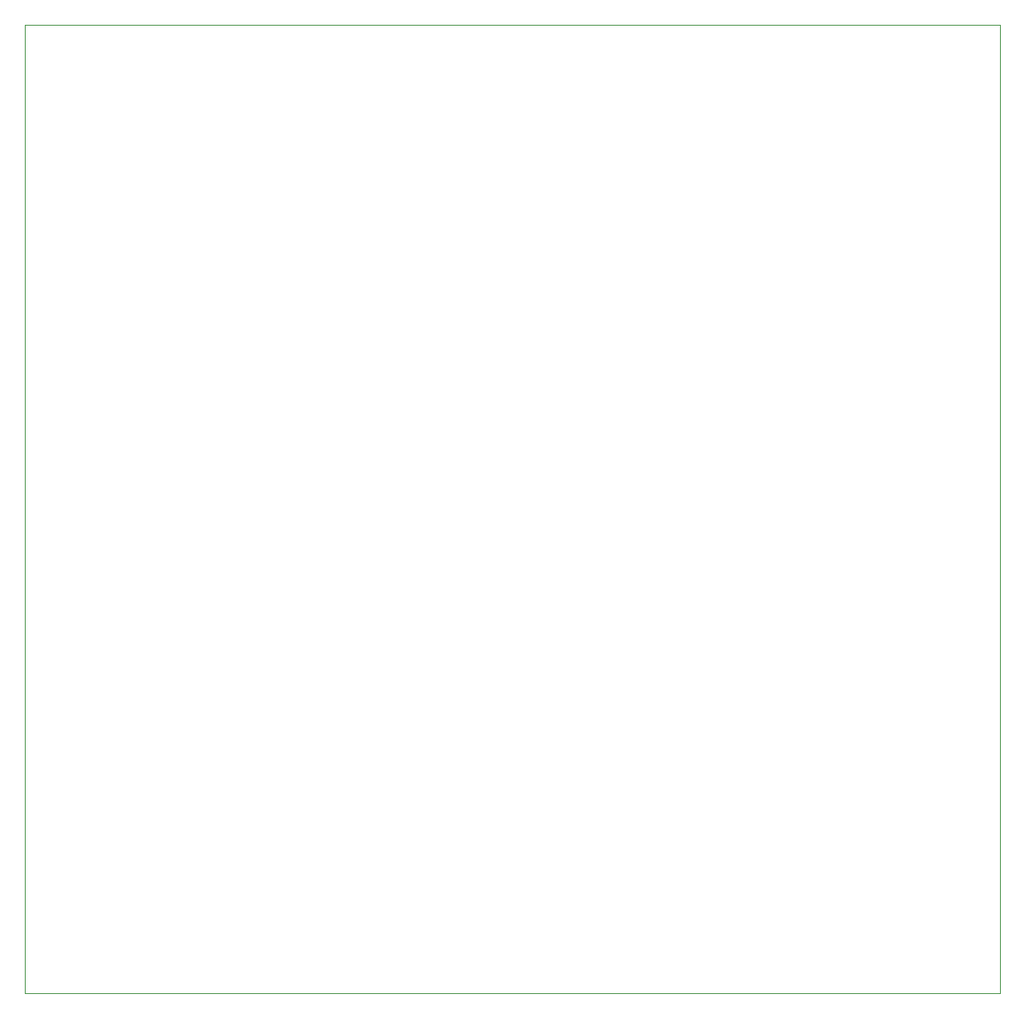
<source format=gbr>
G04 (created by PCBNEW (2013-may-18)-stable) date Wed 22 Oct 2014 05:26:26 PM CEST*
%MOIN*%
G04 Gerber Fmt 3.4, Leading zero omitted, Abs format*
%FSLAX34Y34*%
G01*
G70*
G90*
G04 APERTURE LIST*
%ADD10C,0.00590551*%
%ADD11C,0.00393701*%
G04 APERTURE END LIST*
G54D10*
G54D11*
X62750Y-46750D02*
X23500Y-46750D01*
X62750Y-85750D02*
X62750Y-46750D01*
X23500Y-85750D02*
X62750Y-85750D01*
X23500Y-46750D02*
X23500Y-85750D01*
M02*

</source>
